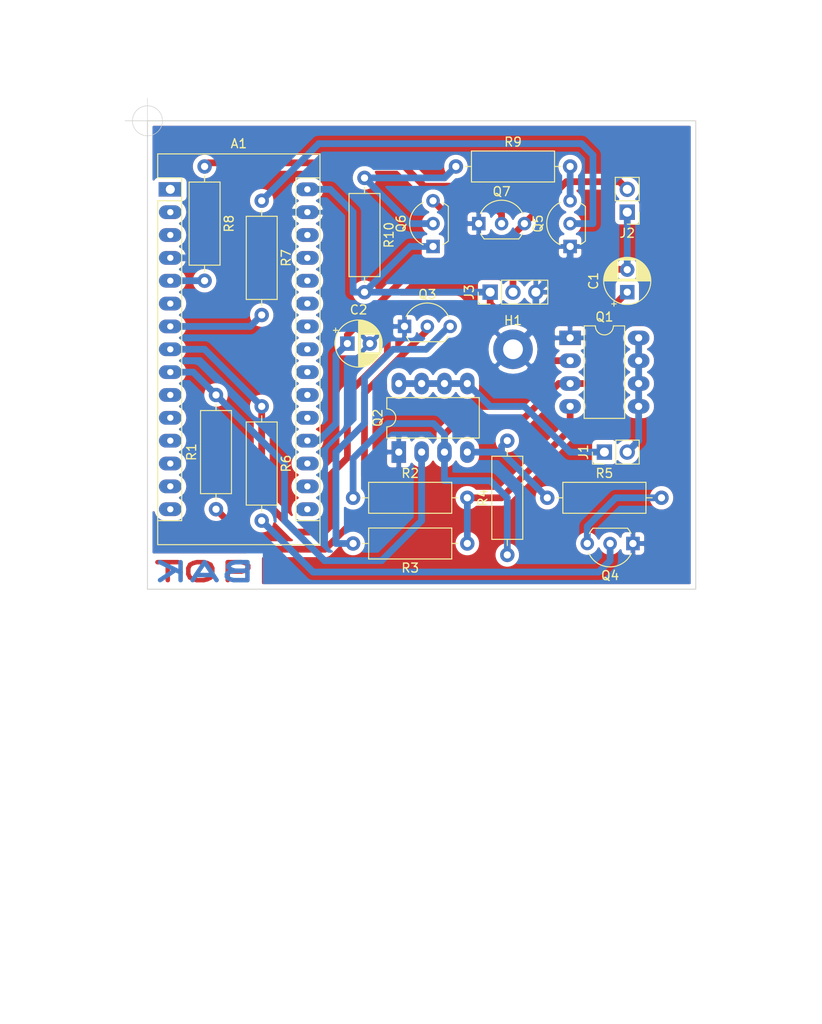
<source format=kicad_pcb>
(kicad_pcb (version 20171130) (host pcbnew 5.1.6-c6e7f7d~86~ubuntu16.04.1)
  (layers (0 F.Cu signal) (31 B.Cu signal) (34 B.Paste user) (35 F.Paste user) (36 B.SilkS user) (37 F.SilkS user) (38 B.Mask user) (39 F.Mask user) (44 Edge.Cuts user))
  (net 0 "")
  (net 1 "Net-(A1-Pad16)")
  (net 2 "Net-(A1-Pad15)")
  (net 3 VCC)
  (net 4 "Net-(A1-Pad14)")
  (net 5 GND)
  (net 6 "Net-(A1-Pad13)")
  (net 7 "Net-(A1-Pad28)")
  (net 8 "Net-(A1-Pad12)")
  (net 9 "Net-(A1-Pad27)")
  (net 10 "Net-(A1-Pad11)")
  (net 11 "Net-(A1-Pad26)")
  (net 12 "Net-(A1-Pad10)")
  (net 13 "Net-(A1-Pad25)")
  (net 14 "Net-(A1-Pad24)")
  (net 15 "Net-(A1-Pad23)")
  (net 16 "Net-(A1-Pad22)")
  (net 17 "Net-(A1-Pad21)")
  (net 18 "Net-(A1-Pad20)")
  (net 19 "Net-(A1-Pad3)")
  (net 20 "Net-(A1-Pad18)")
  (net 21 "Net-(A1-Pad2)")
  (net 22 "Net-(A1-Pad17)")
  (net 23 "Net-(A1-Pad1)")
  (net 24 VCCQ)
  (net 25 "Net-(J1-Pad2)")
  (net 26 "Net-(J1-Pad1)")
  (net 27 "Net-(J2-Pad2)")
  (net 28 "Net-(Q1-Pad4)")
  (net 29 /FWD)
  (net 30 "Net-(Q2-Pad4)")
  (net 31 /REV)
  (net 32 "Net-(Q3-Pad2)")
  (net 33 "Net-(Q4-Pad2)")
  (net 34 "Net-(Q5-Pad2)")
  (net 35 "Net-(Q6-Pad2)")
  (net 36 "Net-(Q7-Pad2)")
  (net 37 /LEFT)
  (net 38 /RIGHT)
  (net 39 "Net-(A1-Pad6)")
  (net 40 "Net-(Q3-Pad3)")
  (net 41 "Net-(Q4-Pad3)")
  (net 42 "Net-(Q5-Pad3)")
  (module Package_TO_SOT_THT:TO-92L_Inline_Wide (layer F.Cu) (at 133.35 90.17)
    (fp_text reference Q7 (at 2.54 -3.56) (layer F.SilkS))
    (fp_text value S0913)
    (pad 1 thru_hole rect (at 0 0 90) (size 1.5 1.5) (drill 0.8) (layers *.Cu *.Mask) (net 5 GND))
    (pad 3 thru_hole circle (at 5.08 0 90) (size 1.5 1.5) (drill 0.8) (layers *.Cu *.Mask) (net 27 "Net-(J2-Pad2)"))
    (pad 2 thru_hole circle (at 2.54 0 90) (size 1.5 1.5) (drill 0.8) (layers *.Cu *.Mask) (net 36 "Net-(Q7-Pad2)"))
  )
  (module Package_TO_SOT_THT:TO-92L_Inline_Wide (layer F.Cu) (at 128.27 92.71 90)
    (fp_text reference Q6 (at 2.54 -3.56 90) (layer F.SilkS))
    (fp_text value S0915)
    (pad 1 thru_hole rect (at 0 0 180) (size 1.5 1.5) (drill 0.8) (layers *.Cu *.Mask) (net 3 VCC))
    (pad 3 thru_hole circle (at 5.08 0 180) (size 1.5 1.5) (drill 0.8) (layers *.Cu *.Mask) (net 27 "Net-(J2-Pad2)"))
    (pad 2 thru_hole circle (at 2.54 0 180) (size 1.5 1.5) (drill 0.8) (layers *.Cu *.Mask) (net 35 "Net-(Q6-Pad2)"))
  )
  (module Package_TO_SOT_THT:TO-92L_Inline_Wide (layer F.Cu) (at 143.51 92.71 90)
    (fp_text reference Q5 (at 2.54 -3.56 90) (layer F.SilkS))
    (fp_text value S0918)
    (pad 1 thru_hole rect (at 0 0 180) (size 1.5 1.5) (drill 0.8) (layers *.Cu *.Mask) (net 5 GND))
    (pad 3 thru_hole circle (at 5.08 0 180) (size 1.5 1.5) (drill 0.8) (layers *.Cu *.Mask) (net 42 "Net-(Q5-Pad3)"))
    (pad 2 thru_hole circle (at 2.54 0 180) (size 1.5 1.5) (drill 0.8) (layers *.Cu *.Mask) (net 34 "Net-(Q5-Pad2)"))
  )
  (module Package_TO_SOT_THT:TO-92L_Inline_Wide (layer F.Cu) (at 150.495 125.73 180)
    (fp_text reference Q4 (at 2.54 -3.56) (layer F.SilkS))
    (fp_text value S0918)
    (pad 1 thru_hole rect (at 0 0 270) (size 1.5 1.5) (drill 0.8) (layers *.Cu *.Mask) (net 5 GND))
    (pad 3 thru_hole circle (at 5.08 0 270) (size 1.5 1.5) (drill 0.8) (layers *.Cu *.Mask) (net 41 "Net-(Q4-Pad3)"))
    (pad 2 thru_hole circle (at 2.54 0 270) (size 1.5 1.5) (drill 0.8) (layers *.Cu *.Mask) (net 33 "Net-(Q4-Pad2)"))
  )
  (module Package_TO_SOT_THT:TO-92L_Inline_Wide (layer F.Cu) (at 125.095 101.6)
    (fp_text reference Q3 (at 2.54 -3.56) (layer F.SilkS))
    (fp_text value S0918)
    (pad 1 thru_hole rect (at 0 0 90) (size 1.5 1.5) (drill 0.8) (layers *.Cu *.Mask) (net 5 GND))
    (pad 3 thru_hole circle (at 5.08 0 90) (size 1.5 1.5) (drill 0.8) (layers *.Cu *.Mask) (net 40 "Net-(Q3-Pad3)"))
    (pad 2 thru_hole circle (at 2.54 0 90) (size 1.5 1.5) (drill 0.8) (layers *.Cu *.Mask) (net 32 "Net-(Q3-Pad2)"))
  )
  (module Module:Arduino_Nano (layer F.Cu) (at 99.06 86.36)
    (fp_text reference A1 (at 7.62 -5.08) (layer F.SilkS))
    (fp_text value Arduino_Nano_v3.x)
    (pad 1 thru_hole rect (at 0 0) (size 2.6 1.6) (drill 1) (layers *.Cu *.Mask) (net 23 "Net-(A1-Pad1)"))
    (pad 2 thru_hole oval (at 0 2.54) (size 2.524 1.524) (drill 0.7) (layers *.Cu *.Mask) (net 21 "Net-(A1-Pad2)"))
    (pad 3 thru_hole oval (at 0 5.08) (size 2.524 1.524) (drill 0.7) (layers *.Cu *.Mask) (net 19 "Net-(A1-Pad3)"))
    (pad 4 thru_hole oval (at 0 7.62) (size 2.524 1.524) (drill 0.7) (layers *.Cu *.Mask) (net 5 GND))
    (pad 5 thru_hole oval (at 0 10.16) (size 2.524 1.524) (drill 0.7) (layers *.Cu *.Mask) (net 38 /RIGHT))
    (pad 6 thru_hole oval (at 0 12.7) (size 2.524 1.524) (drill 0.7) (layers *.Cu *.Mask) (net 39 "Net-(A1-Pad6)"))
    (pad 7 thru_hole oval (at 0 15.24) (size 2.524 1.524) (drill 0.7) (layers *.Cu *.Mask) (net 37 /LEFT))
    (pad 8 thru_hole oval (at 0 17.78) (size 2.524 1.524) (drill 0.7) (layers *.Cu *.Mask) (net 29 /FWD))
    (pad 9 thru_hole oval (at 0 20.32) (size 2.524 1.524) (drill 0.7) (layers *.Cu *.Mask) (net 31 /REV))
    (pad 10 thru_hole oval (at 0 22.86) (size 2.524 1.524) (drill 0.7) (layers *.Cu *.Mask) (net 12 "Net-(A1-Pad10)"))
    (pad 11 thru_hole oval (at 0 25.4) (size 2.524 1.524) (drill 0.7) (layers *.Cu *.Mask) (net 10 "Net-(A1-Pad11)"))
    (pad 12 thru_hole oval (at 0 27.94) (size 2.524 1.524) (drill 0.7) (layers *.Cu *.Mask) (net 8 "Net-(A1-Pad12)"))
    (pad 13 thru_hole oval (at 0 30.48) (size 2.524 1.524) (drill 0.7) (layers *.Cu *.Mask) (net 6 "Net-(A1-Pad13)"))
    (pad 14 thru_hole oval (at 0 33.02) (size 2.524 1.524) (drill 0.7) (layers *.Cu *.Mask) (net 4 "Net-(A1-Pad14)"))
    (pad 15 thru_hole oval (at 0 35.56) (size 2.524 1.524) (drill 0.7) (layers *.Cu *.Mask) (net 2 "Net-(A1-Pad15)"))
    (pad 16 thru_hole oval (at 15.24 35.56) (size 2.524 1.524) (drill 0.7) (layers *.Cu *.Mask) (net 1 "Net-(A1-Pad16)"))
    (pad 17 thru_hole oval (at 15.24 33.02) (size 2.524 1.524) (drill 0.7) (layers *.Cu *.Mask) (net 22 "Net-(A1-Pad17)"))
    (pad 18 thru_hole oval (at 15.24 30.48) (size 2.524 1.524) (drill 0.7) (layers *.Cu *.Mask) (net 20 "Net-(A1-Pad18)"))
    (pad 19 thru_hole oval (at 15.24 27.94) (size 2.524 1.524) (drill 0.7) (layers *.Cu *.Mask) (net 24 VCCQ))
    (pad 20 thru_hole oval (at 15.24 25.4) (size 2.524 1.524) (drill 0.7) (layers *.Cu *.Mask) (net 18 "Net-(A1-Pad20)"))
    (pad 21 thru_hole oval (at 15.24 22.86) (size 2.524 1.524) (drill 0.7) (layers *.Cu *.Mask) (net 17 "Net-(A1-Pad21)"))
    (pad 22 thru_hole oval (at 15.24 20.32) (size 2.524 1.524) (drill 0.7) (layers *.Cu *.Mask) (net 16 "Net-(A1-Pad22)"))
    (pad 23 thru_hole oval (at 15.24 17.78) (size 2.524 1.524) (drill 0.7) (layers *.Cu *.Mask) (net 15 "Net-(A1-Pad23)"))
    (pad 24 thru_hole oval (at 15.24 15.24) (size 2.524 1.524) (drill 0.7) (layers *.Cu *.Mask) (net 14 "Net-(A1-Pad24)"))
    (pad 25 thru_hole oval (at 15.24 12.7) (size 2.524 1.524) (drill 0.7) (layers *.Cu *.Mask) (net 13 "Net-(A1-Pad25)"))
    (pad 26 thru_hole oval (at 15.24 10.16) (size 2.524 1.524) (drill 0.7) (layers *.Cu *.Mask) (net 11 "Net-(A1-Pad26)"))
    (pad 27 thru_hole oval (at 15.24 7.62) (size 2.524 1.524) (drill 0.7) (layers *.Cu *.Mask) (net 9 "Net-(A1-Pad27)"))
    (pad 28 thru_hole oval (at 15.24 5.08) (size 2.524 1.524) (drill 0.7) (layers *.Cu *.Mask) (net 7 "Net-(A1-Pad28)"))
    (pad 29 thru_hole oval (at 15.24 2.54) (size 2.524 1.524) (drill 0.7) (layers *.Cu *.Mask) (net 5 GND))
    (pad 30 thru_hole oval (at 15.24 0) (size 2.524 1.524) (drill 0.7) (layers *.Cu *.Mask) (net 3 VCC))
  )
  (module MountingHole:MountingHole_2.2mm_M2_Pad (layer F.Cu) (at 137.16 104.14)
    (fp_text reference H1 (at 0 -3.2) (layer F.SilkS))
    (fp_text value MountingHole_Pad)
    (pad 1 thru_hole circle (at 0 0) (size 4.4 4.4) (drill 2.2) (layers *.Cu *.Mask) (net 5 GND))
  )
  (module Resistor_THT:R_Axial_DIN0309_L9.0mm_D3.2mm_P12.70mm_Horizontal (layer F.Cu) (at 120.65 85.09 270)
    (fp_text reference R10 (at 6.35 -2.72 90) (layer F.SilkS))
    (fp_text value 10K)
    (pad 2 thru_hole oval (at 12.7 0 270) (size 1.6 1.6) (drill 0.8) (layers *.Cu *.Mask) (net 3 VCC))
    (pad 1 thru_hole circle (at 0 0 270) (size 1.6 1.6) (drill 0.8) (layers *.Cu *.Mask) (net 35 "Net-(Q6-Pad2)"))
  )
  (module Resistor_THT:R_Axial_DIN0309_L9.0mm_D3.2mm_P12.70mm_Horizontal (layer F.Cu) (at 130.81 83.82)
    (fp_text reference R9 (at 6.35 -2.72) (layer F.SilkS))
    (fp_text value 470)
    (pad 2 thru_hole oval (at 12.7 0) (size 1.6 1.6) (drill 0.8) (layers *.Cu *.Mask) (net 42 "Net-(Q5-Pad3)"))
    (pad 1 thru_hole circle (at 0 0) (size 1.6 1.6) (drill 0.8) (layers *.Cu *.Mask) (net 35 "Net-(Q6-Pad2)"))
  )
  (module Resistor_THT:R_Axial_DIN0309_L9.0mm_D3.2mm_P12.70mm_Horizontal (layer F.Cu) (at 102.87 83.82 270)
    (fp_text reference R8 (at 6.35 -2.72 90) (layer F.SilkS))
    (fp_text value 470)
    (pad 2 thru_hole oval (at 12.7 0 270) (size 1.6 1.6) (drill 0.8) (layers *.Cu *.Mask) (net 38 /RIGHT))
    (pad 1 thru_hole circle (at 0 0 270) (size 1.6 1.6) (drill 0.8) (layers *.Cu *.Mask) (net 36 "Net-(Q7-Pad2)"))
  )
  (module Resistor_THT:R_Axial_DIN0309_L9.0mm_D3.2mm_P12.70mm_Horizontal (layer F.Cu) (at 109.22 87.63 270)
    (fp_text reference R7 (at 6.35 -2.72 90) (layer F.SilkS))
    (fp_text value 470)
    (pad 2 thru_hole oval (at 12.7 0 270) (size 1.6 1.6) (drill 0.8) (layers *.Cu *.Mask) (net 37 /LEFT))
    (pad 1 thru_hole circle (at 0 0 270) (size 1.6 1.6) (drill 0.8) (layers *.Cu *.Mask) (net 34 "Net-(Q5-Pad2)"))
  )
  (module Resistor_THT:R_Axial_DIN0309_L9.0mm_D3.2mm_P12.70mm_Horizontal (layer F.Cu) (at 109.22 110.49 270)
    (fp_text reference R6 (at 6.35 -2.72 90) (layer F.SilkS))
    (fp_text value 22K)
    (pad 2 thru_hole oval (at 12.7 0 270) (size 1.6 1.6) (drill 0.8) (layers *.Cu *.Mask) (net 33 "Net-(Q4-Pad2)"))
    (pad 1 thru_hole circle (at 0 0 270) (size 1.6 1.6) (drill 0.8) (layers *.Cu *.Mask) (net 29 /FWD))
  )
  (module Resistor_THT:R_Axial_DIN0309_L9.0mm_D3.2mm_P12.70mm_Horizontal (layer F.Cu) (at 140.97 120.65)
    (fp_text reference R5 (at 6.35 -2.72) (layer F.SilkS))
    (fp_text value 100)
    (pad 2 thru_hole oval (at 12.7 0) (size 1.6 1.6) (drill 0.8) (layers *.Cu *.Mask) (net 41 "Net-(Q4-Pad3)"))
    (pad 1 thru_hole circle (at 0 0) (size 1.6 1.6) (drill 0.8) (layers *.Cu *.Mask) (net 30 "Net-(Q2-Pad4)"))
  )
  (module Resistor_THT:R_Axial_DIN0309_L9.0mm_D3.2mm_P12.70mm_Horizontal (layer F.Cu) (at 136.525 127 90)
    (fp_text reference R4 (at 6.35 -2.72 90) (layer F.SilkS))
    (fp_text value 10K)
    (pad 2 thru_hole oval (at 12.7 0 90) (size 1.6 1.6) (drill 0.8) (layers *.Cu *.Mask) (net 30 "Net-(Q2-Pad4)"))
    (pad 1 thru_hole circle (at 0 0 90) (size 1.6 1.6) (drill 0.8) (layers *.Cu *.Mask) (net 3 VCC))
  )
  (module Resistor_THT:R_Axial_DIN0309_L9.0mm_D3.2mm_P12.70mm_Horizontal (layer F.Cu) (at 132.08 125.73 180)
    (fp_text reference R3 (at 6.35 -2.72) (layer F.SilkS))
    (fp_text value 100)
    (pad 2 thru_hole oval (at 12.7 0 180) (size 1.6 1.6) (drill 0.8) (layers *.Cu *.Mask) (net 40 "Net-(Q3-Pad3)"))
    (pad 1 thru_hole circle (at 0 0 180) (size 1.6 1.6) (drill 0.8) (layers *.Cu *.Mask) (net 28 "Net-(Q1-Pad4)"))
  )
  (module Resistor_THT:R_Axial_DIN0309_L9.0mm_D3.2mm_P12.70mm_Horizontal (layer F.Cu) (at 119.38 120.65)
    (fp_text reference R2 (at 6.35 -2.72) (layer F.SilkS))
    (fp_text value 10K)
    (pad 2 thru_hole oval (at 12.7 0) (size 1.6 1.6) (drill 0.8) (layers *.Cu *.Mask) (net 28 "Net-(Q1-Pad4)"))
    (pad 1 thru_hole circle (at 0 0) (size 1.6 1.6) (drill 0.8) (layers *.Cu *.Mask) (net 3 VCC))
  )
  (module Resistor_THT:R_Axial_DIN0309_L9.0mm_D3.2mm_P12.70mm_Horizontal (layer F.Cu) (at 104.14 121.92 90)
    (fp_text reference R1 (at 6.35 -2.72 90) (layer F.SilkS))
    (fp_text value 22K)
    (pad 2 thru_hole oval (at 12.7 0 90) (size 1.6 1.6) (drill 0.8) (layers *.Cu *.Mask) (net 31 /REV))
    (pad 1 thru_hole circle (at 0 0 90) (size 1.6 1.6) (drill 0.8) (layers *.Cu *.Mask) (net 32 "Net-(Q3-Pad2)"))
  )
  (module Package_DIP:DIP-8_W7.62mm_LongPads (layer F.Cu) (at 124.46 115.57 90)
    (fp_text reference Q2 (at 3.81 -2.33 90) (layer F.SilkS))
    (fp_text value AOP605)
    (pad 8 thru_hole oval (at 7.62 0 90) (size 2.4 1.6) (drill 0.8) (layers *.Cu *.Mask) (net 26 "Net-(J1-Pad1)"))
    (pad 4 thru_hole oval (at 0 7.62 90) (size 2.4 1.6) (drill 0.8) (layers *.Cu *.Mask) (net 30 "Net-(Q2-Pad4)"))
    (pad 7 thru_hole oval (at 7.62 2.54 90) (size 2.4 1.6) (drill 0.8) (layers *.Cu *.Mask) (net 26 "Net-(J1-Pad1)"))
    (pad 3 thru_hole oval (at 0 5.08 90) (size 2.4 1.6) (drill 0.8) (layers *.Cu *.Mask) (net 3 VCC))
    (pad 6 thru_hole oval (at 7.62 5.08 90) (size 2.4 1.6) (drill 0.8) (layers *.Cu *.Mask) (net 26 "Net-(J1-Pad1)"))
    (pad 2 thru_hole oval (at 0 2.54 90) (size 2.4 1.6) (drill 0.8) (layers *.Cu *.Mask) (net 31 /REV))
    (pad 5 thru_hole oval (at 7.62 7.62 90) (size 2.4 1.6) (drill 0.8) (layers *.Cu *.Mask) (net 26 "Net-(J1-Pad1)"))
    (pad 1 thru_hole rect (at 0 0 90) (size 2.4 1.6) (drill 0.8) (layers *.Cu *.Mask) (net 5 GND))
  )
  (module Package_DIP:DIP-8_W7.62mm_LongPads (layer F.Cu) (at 143.51 102.87)
    (fp_text reference Q1 (at 3.81 -2.33) (layer F.SilkS))
    (fp_text value AOP605)
    (pad 8 thru_hole oval (at 7.62 0) (size 2.4 1.6) (drill 0.8) (layers *.Cu *.Mask) (net 25 "Net-(J1-Pad2)"))
    (pad 4 thru_hole oval (at 0 7.62) (size 2.4 1.6) (drill 0.8) (layers *.Cu *.Mask) (net 28 "Net-(Q1-Pad4)"))
    (pad 7 thru_hole oval (at 7.62 2.54) (size 2.4 1.6) (drill 0.8) (layers *.Cu *.Mask) (net 25 "Net-(J1-Pad2)"))
    (pad 3 thru_hole oval (at 0 5.08) (size 2.4 1.6) (drill 0.8) (layers *.Cu *.Mask) (net 3 VCC))
    (pad 6 thru_hole oval (at 7.62 5.08) (size 2.4 1.6) (drill 0.8) (layers *.Cu *.Mask) (net 25 "Net-(J1-Pad2)"))
    (pad 2 thru_hole oval (at 0 2.54) (size 2.4 1.6) (drill 0.8) (layers *.Cu *.Mask) (net 29 /FWD))
    (pad 5 thru_hole oval (at 7.62 7.62) (size 2.4 1.6) (drill 0.8) (layers *.Cu *.Mask) (net 25 "Net-(J1-Pad2)"))
    (pad 1 thru_hole rect (at 0 0) (size 2.4 1.6) (drill 0.8) (layers *.Cu *.Mask) (net 5 GND))
  )
  (module Connector_PinHeader_2.54mm:PinHeader_1x03_P2.54mm_Vertical (layer F.Cu) (at 134.62 97.79 90)
    (fp_text reference J3 (at 0 -2.33 90) (layer F.SilkS))
    (fp_text value "power input")
    (pad 3 thru_hole oval (at 0 5.08 90) (size 1.7 1.7) (drill 1) (layers *.Cu *.Mask) (net 5 GND))
    (pad 2 thru_hole oval (at 0 2.54 90) (size 1.7 1.7) (drill 1) (layers *.Cu *.Mask) (net 24 VCCQ))
    (pad 1 thru_hole rect (at 0 0 90) (size 1.7 1.7) (drill 1) (layers *.Cu *.Mask) (net 3 VCC))
  )
  (module Connector_PinHeader_2.54mm:PinHeader_1x02_P2.54mm_Vertical (layer F.Cu) (at 149.86 88.9 180)
    (fp_text reference J2 (at 0 -2.33) (layer F.SilkS))
    (fp_text value "direction terminal")
    (pad 2 thru_hole oval (at 0 2.54 180) (size 1.7 1.7) (drill 1) (layers *.Cu *.Mask) (net 27 "Net-(J2-Pad2)"))
    (pad 1 thru_hole rect (at 0 0 180) (size 1.7 1.7) (drill 1) (layers *.Cu *.Mask) (net 24 VCCQ))
  )
  (module Connector_PinHeader_2.54mm:PinHeader_1x02_P2.54mm_Vertical (layer F.Cu) (at 147.32 115.57 90)
    (fp_text reference J1 (at 0 -2.33 90) (layer F.SilkS))
    (fp_text value "main motor terminal")
    (pad 2 thru_hole oval (at 0 2.54 90) (size 1.7 1.7) (drill 1) (layers *.Cu *.Mask) (net 25 "Net-(J1-Pad2)"))
    (pad 1 thru_hole rect (at 0 0 90) (size 1.7 1.7) (drill 1) (layers *.Cu *.Mask) (net 26 "Net-(J1-Pad1)"))
  )
  (module Capacitor_THT:CP_Radial_D5.0mm_P2.50mm (layer F.Cu) (at 118.745 103.505)
    (fp_text reference C2 (at 1.25 -3.75) (layer F.SilkS))
    (fp_text value 220uF)
    (pad 2 thru_hole circle (at 2.5 0) (size 1.6 1.6) (drill 0.8) (layers *.Cu *.Mask) (net 5 GND))
    (pad 1 thru_hole rect (at 0 0) (size 1.6 1.6) (drill 0.8) (layers *.Cu *.Mask) (net 24 VCCQ))
  )
  (module Capacitor_THT:CP_Radial_D5.0mm_P2.50mm (layer F.Cu) (at 149.86 97.79 90)
    (fp_text reference C1 (at 1.25 -3.75 90) (layer F.SilkS))
    (fp_text value 220uF)
    (pad 2 thru_hole circle (at 2.5 0 90) (size 1.6 1.6) (drill 0.8) (layers *.Cu *.Mask) (net 24 VCCQ))
    (pad 1 thru_hole rect (at 0 0 90) (size 1.6 1.6) (drill 0.8) (layers *.Cu *.Mask) (net 3 VCC))
  )
  (gr_text BAK (at 102.87 128.905) (layer B.Cu) (effects (font (size 2 4) (thickness 0.5)) (justify mirror)))
  (gr_text TOP (at 102.87 128.905) (layer F.Cu) (effects (font (size 2 4) (thickness 0.5))))
  (gr_line (start 157.48 78.74) (end 157.48 130.81) (layer Edge.Cuts) (width 0.1))
  (gr_line (start 96.52 78.74) (end 157.48 78.74) (layer Edge.Cuts) (width 0.1))
  (gr_line (start 96.52 130.81) (end 96.52 78.74) (layer Edge.Cuts) (width 0.1))
  (gr_line (start 157.48 130.81) (end 96.52 130.81) (layer Edge.Cuts) (width 0.1))
  (target plus (at 96.52 78.74) (size 5) (width 0.05) (layer Edge.Cuts))
  (target plus (at 96.52 78.74) (size 5) (width 0.05) (layer Edge.Cuts))
  (segment (start 129.54 115.57) (end 129.54 118.745) (width 0.75) (layer B.Cu) (net 3))
  (segment (start 134.62 118.745) (end 136.525 120.65) (width 0.75) (layer B.Cu) (net 3))
  (segment (start 136.525 120.65) (end 136.525 127) (width 0.75) (layer B.Cu) (net 3))
  (segment (start 129.54 118.745) (end 134.62 118.745) (width 0.75) (layer B.Cu) (net 3))
  (segment (start 116.84 86.36) (end 114.3 86.36) (width 0.75) (layer B.Cu) (net 3))
  (segment (start 119.38 97.79) (end 119.38 88.9) (width 0.75) (layer B.Cu) (net 3))
  (segment (start 119.38 88.9) (end 116.84 86.36) (width 0.75) (layer B.Cu) (net 3))
  (segment (start 120.65 97.79) (end 119.38 97.79) (width 0.75) (layer B.Cu) (net 3))
  (segment (start 134.62 97.79) (end 134.62 99.06) (width 0.75) (layer F.Cu) (net 3))
  (segment (start 134.62 99.06) (end 135.89 100.33) (width 0.75) (layer F.Cu) (net 3))
  (segment (start 147.32 100.33) (end 149.86 97.79) (width 0.75) (layer F.Cu) (net 3))
  (segment (start 135.89 100.33) (end 147.32 100.33) (width 0.75) (layer F.Cu) (net 3))
  (segment (start 143.51 107.95) (end 146.05 107.95) (width 0.75) (layer F.Cu) (net 3))
  (segment (start 147.32 106.68) (end 147.32 100.33) (width 0.75) (layer F.Cu) (net 3))
  (segment (start 146.05 107.95) (end 147.32 106.68) (width 0.75) (layer F.Cu) (net 3))
  (segment (start 132.715 97.79) (end 120.65 97.79) (width 0.75) (layer B.Cu) (net 3))
  (segment (start 134.62 97.79) (end 132.715 97.79) (width 0.75) (layer B.Cu) (net 3))
  (segment (start 132.715 97.79) (end 132.07499 97.79) (width 0.75) (layer B.Cu) (net 3))
  (segment (start 125.73 92.71) (end 120.65 97.79) (width 0.75) (layer B.Cu) (net 3))
  (segment (start 128.27 92.71) (end 125.73 92.71) (width 0.75) (layer B.Cu) (net 3))
  (segment (start 143.51 107.95) (end 142.24 107.95) (width 0.75) (layer F.Cu) (net 3))
  (segment (start 142.24 107.95) (end 138.43 111.76) (width 0.75) (layer F.Cu) (net 3))
  (segment (start 131.4 111.76) (end 129.54 113.62) (width 0.75) (layer F.Cu) (net 3))
  (segment (start 129.54 113.62) (end 129.54 115.57) (width 0.75) (layer F.Cu) (net 3))
  (segment (start 138.43 111.76) (end 131.4 111.76) (width 0.75) (layer F.Cu) (net 3))
  (segment (start 129.54 113.62) (end 129.54 115.57) (width 0.75) (layer B.Cu) (net 3))
  (segment (start 119.38 120.65) (end 119.38 116.263749) (width 0.75) (layer B.Cu) (net 3))
  (segment (start 123.248749 112.395) (end 128.315 112.395) (width 0.75) (layer B.Cu) (net 3))
  (segment (start 128.315 112.395) (end 129.54 113.62) (width 0.75) (layer B.Cu) (net 3))
  (segment (start 119.38 116.263749) (end 123.248749 112.395) (width 0.75) (layer B.Cu) (net 3))
  (segment (start 139.7 101.6) (end 137.16 104.14) (width 0.75) (layer B.Cu) (net 5))
  (segment (start 139.7 97.79) (end 139.7 101.6) (width 0.75) (layer B.Cu) (net 5))
  (segment (start 107.315 93.98) (end 112.395 88.9) (width 0.75) (layer B.Cu) (net 5))
  (segment (start 112.395 88.9) (end 114.3 88.9) (width 0.75) (layer B.Cu) (net 5))
  (segment (start 99.06 93.98) (end 107.315 93.98) (width 0.75) (layer B.Cu) (net 5))
  (segment (start 143.51 93.98) (end 139.7 97.79) (width 0.75) (layer B.Cu) (net 5))
  (segment (start 143.51 92.71) (end 143.51 93.98) (width 0.75) (layer B.Cu) (net 5))
  (segment (start 149.86 88.9) (end 149.86 95.29) (width 0.75) (layer B.Cu) (net 24))
  (segment (start 117.475 104.775) (end 118.745 103.505) (width 0.75) (layer B.Cu) (net 24))
  (segment (start 117.475 112.395) (end 117.475 104.775) (width 0.75) (layer B.Cu) (net 24))
  (segment (start 115.57 114.3) (end 117.475 112.395) (width 0.75) (layer B.Cu) (net 24))
  (segment (start 114.3 114.3) (end 115.57 114.3) (width 0.75) (layer B.Cu) (net 24))
  (segment (start 137.16 95.885) (end 137.795 95.25) (width 0.75) (layer F.Cu) (net 24))
  (segment (start 137.16 97.79) (end 137.16 95.885) (width 0.75) (layer F.Cu) (net 24))
  (segment (start 149.82 95.25) (end 149.86 95.29) (width 0.75) (layer F.Cu) (net 24))
  (segment (start 137.795 95.25) (end 149.82 95.25) (width 0.75) (layer F.Cu) (net 24))
  (segment (start 126.0475 95.25) (end 118.745 102.5525) (width 0.75) (layer F.Cu) (net 24))
  (segment (start 118.745 102.5525) (end 118.745 103.505) (width 0.75) (layer F.Cu) (net 24))
  (segment (start 137.795 95.25) (end 126.0475 95.25) (width 0.75) (layer F.Cu) (net 24))
  (segment (start 151.13 102.87) (end 151.13 105.41) (width 0.75) (layer B.Cu) (net 25))
  (segment (start 151.13 105.41) (end 151.13 107.95) (width 0.75) (layer B.Cu) (net 25))
  (segment (start 151.13 107.95) (end 151.13 110.49) (width 0.75) (layer B.Cu) (net 25))
  (segment (start 151.13 114.3) (end 149.86 115.57) (width 0.75) (layer B.Cu) (net 25))
  (segment (start 151.13 110.49) (end 151.13 114.3) (width 0.75) (layer B.Cu) (net 25))
  (segment (start 124.46 107.95) (end 127 107.95) (width 0.75) (layer B.Cu) (net 26))
  (segment (start 129.54 107.95) (end 127 107.95) (width 0.75) (layer B.Cu) (net 26))
  (segment (start 132.08 107.95) (end 129.54 107.95) (width 0.75) (layer B.Cu) (net 26))
  (segment (start 143.51 115.57) (end 147.32 115.57) (width 0.75) (layer B.Cu) (net 26))
  (segment (start 138.43 110.49) (end 143.51 115.57) (width 0.75) (layer B.Cu) (net 26))
  (segment (start 134.62 110.49) (end 138.43 110.49) (width 0.75) (layer B.Cu) (net 26))
  (segment (start 132.08 107.95) (end 134.62 110.49) (width 0.75) (layer B.Cu) (net 26))
  (segment (start 143.089999 85.510001) (end 138.43 90.17) (width 0.75) (layer F.Cu) (net 27))
  (segment (start 149.010001 85.510001) (end 143.089999 85.510001) (width 0.75) (layer F.Cu) (net 27))
  (segment (start 149.86 86.36) (end 149.010001 85.510001) (width 0.75) (layer F.Cu) (net 27))
  (segment (start 130.81 90.17) (end 130.81 92.71) (width 0.75) (layer F.Cu) (net 27))
  (segment (start 130.81 90.17) (end 128.27 87.63) (width 0.75) (layer F.Cu) (net 27))
  (segment (start 130.81 92.71) (end 135.89 92.71) (width 0.75) (layer F.Cu) (net 27))
  (segment (start 138.43 90.17) (end 135.89 92.71) (width 0.75) (layer F.Cu) (net 27))
  (segment (start 132.08 125.73) (end 132.08 120.65) (width 0.75) (layer B.Cu) (net 28))
  (segment (start 143.51 113.03) (end 135.89 120.65) (width 0.75) (layer F.Cu) (net 28))
  (segment (start 135.89 120.65) (end 132.08 120.65) (width 0.75) (layer F.Cu) (net 28))
  (segment (start 143.51 113.03) (end 143.51 110.49) (width 0.75) (layer F.Cu) (net 28))
  (segment (start 109.22 110.49) (end 103.859999 105.129999) (width 0.75) (layer B.Cu) (net 29))
  (segment (start 102.87 104.14) (end 103.859999 105.129999) (width 0.75) (layer B.Cu) (net 29))
  (segment (start 99.06 104.14) (end 102.87 104.14) (width 0.75) (layer B.Cu) (net 29))
  (segment (start 141.023001 105.41) (end 143.51 105.41) (width 0.75) (layer F.Cu) (net 29))
  (segment (start 138.483001 107.95) (end 141.023001 105.41) (width 0.75) (layer F.Cu) (net 29))
  (segment (start 135.836999 107.95) (end 138.483001 107.95) (width 0.75) (layer F.Cu) (net 29))
  (segment (start 133.35 105.463001) (end 135.836999 107.95) (width 0.75) (layer F.Cu) (net 29))
  (segment (start 133.35 101.6) (end 133.35 105.463001) (width 0.75) (layer F.Cu) (net 29))
  (segment (start 130.81 99.06) (end 133.35 101.6) (width 0.75) (layer F.Cu) (net 29))
  (segment (start 116.205 124.46) (end 116.84 123.825) (width 0.75) (layer F.Cu) (net 29))
  (segment (start 124.559998 99.06) (end 130.81 99.06) (width 0.75) (layer F.Cu) (net 29))
  (segment (start 116.84 118.11) (end 118.745 116.205) (width 0.75) (layer F.Cu) (net 29))
  (segment (start 109.22 120.65) (end 113.03 124.46) (width 0.75) (layer F.Cu) (net 29))
  (segment (start 118.745 116.205) (end 118.745 109.128398) (width 0.75) (layer F.Cu) (net 29))
  (segment (start 109.22 110.49) (end 109.22 120.65) (width 0.75) (layer F.Cu) (net 29))
  (segment (start 118.745 109.128398) (end 123.19 104.683398) (width 0.75) (layer F.Cu) (net 29))
  (segment (start 113.03 124.46) (end 116.205 124.46) (width 0.75) (layer F.Cu) (net 29))
  (segment (start 116.84 123.825) (end 116.84 118.11) (width 0.75) (layer F.Cu) (net 29))
  (segment (start 123.19 104.683398) (end 123.19 100.429998) (width 0.75) (layer F.Cu) (net 29))
  (segment (start 123.19 100.429998) (end 124.559998 99.06) (width 0.75) (layer F.Cu) (net 29))
  (segment (start 132.08 115.57) (end 135.89 115.57) (width 0.75) (layer B.Cu) (net 30))
  (segment (start 135.89 114.935) (end 136.525 114.3) (width 0.75) (layer B.Cu) (net 30))
  (segment (start 135.89 115.57) (end 135.89 114.935) (width 0.75) (layer B.Cu) (net 30))
  (segment (start 135.89 115.57) (end 140.97 120.65) (width 0.75) (layer B.Cu) (net 30))
  (segment (start 101.6 106.68) (end 104.14 109.22) (width 0.75) (layer B.Cu) (net 31))
  (segment (start 99.06 106.68) (end 101.6 106.68) (width 0.75) (layer B.Cu) (net 31))
  (segment (start 127 123.19) (end 127 115.57) (width 0.75) (layer B.Cu) (net 31))
  (segment (start 104.14 109.22) (end 111.76 116.84) (width 0.75) (layer B.Cu) (net 31))
  (segment (start 111.76 116.84) (end 111.76 123.19) (width 0.75) (layer B.Cu) (net 31))
  (segment (start 111.76 123.19) (end 116.205 127.635) (width 0.75) (layer B.Cu) (net 31))
  (segment (start 122.555 127.635) (end 127 123.19) (width 0.75) (layer B.Cu) (net 31))
  (segment (start 116.205 127.635) (end 122.555 127.635) (width 0.75) (layer B.Cu) (net 31))
  (segment (start 127.635 102.006179) (end 127.635 101.6) (width 0.75) (layer F.Cu) (net 32))
  (segment (start 120.65 118.11) (end 120.65 108.991179) (width 0.75) (layer F.Cu) (net 32))
  (segment (start 121.285 118.745) (end 120.65 118.11) (width 0.75) (layer F.Cu) (net 32))
  (segment (start 121.285 121.224002) (end 121.285 118.745) (width 0.75) (layer F.Cu) (net 32))
  (segment (start 120.65 121.859002) (end 121.285 121.224002) (width 0.75) (layer F.Cu) (net 32))
  (segment (start 104.14 121.92) (end 108.585 126.365) (width 0.75) (layer F.Cu) (net 32))
  (segment (start 116.265998 126.365) (end 120.65 121.980998) (width 0.75) (layer F.Cu) (net 32))
  (segment (start 120.65 108.991179) (end 127.635 102.006179) (width 0.75) (layer F.Cu) (net 32))
  (segment (start 108.585 126.365) (end 116.265998 126.365) (width 0.75) (layer F.Cu) (net 32))
  (segment (start 120.65 121.980998) (end 120.65 121.859002) (width 0.75) (layer F.Cu) (net 32))
  (segment (start 146.685 128.905) (end 114.935 128.905) (width 0.75) (layer B.Cu) (net 33))
  (segment (start 147.955 127.635) (end 146.685 128.905) (width 0.75) (layer B.Cu) (net 33))
  (segment (start 114.935 128.905) (end 109.22 123.19) (width 0.75) (layer B.Cu) (net 33))
  (segment (start 147.955 125.73) (end 147.955 127.635) (width 0.75) (layer B.Cu) (net 33))
  (segment (start 143.51 90.17) (end 146.05 90.17) (width 0.75) (layer B.Cu) (net 34))
  (segment (start 109.22 87.63) (end 115.57 81.28) (width 0.75) (layer B.Cu) (net 34))
  (segment (start 146.05 82.55) (end 144.78 81.28) (width 0.75) (layer B.Cu) (net 34))
  (segment (start 146.05 90.17) (end 146.05 82.55) (width 0.75) (layer B.Cu) (net 34))
  (segment (start 115.57 81.28) (end 144.78 81.28) (width 0.75) (layer B.Cu) (net 34))
  (segment (start 125.73 90.17) (end 128.27 90.17) (width 0.75) (layer B.Cu) (net 35))
  (segment (start 120.65 85.09) (end 125.73 90.17) (width 0.75) (layer B.Cu) (net 35))
  (segment (start 129.54 85.09) (end 130.81 83.82) (width 0.75) (layer B.Cu) (net 35))
  (segment (start 120.65 85.09) (end 129.54 85.09) (width 0.75) (layer B.Cu) (net 35))
  (segment (start 132.785659 86.004999) (end 127.279999 86.004999) (width 0.75) (layer F.Cu) (net 36))
  (segment (start 135.89 89.10934) (end 132.785659 86.004999) (width 0.75) (layer F.Cu) (net 36))
  (segment (start 135.89 90.17) (end 135.89 89.10934) (width 0.75) (layer F.Cu) (net 36))
  (segment (start 103.275001 83.414999) (end 102.87 83.82) (width 0.75) (layer F.Cu) (net 36))
  (segment (start 124.689999 83.414999) (end 103.275001 83.414999) (width 0.75) (layer F.Cu) (net 36))
  (segment (start 127.279999 86.004999) (end 124.689999 83.414999) (width 0.75) (layer F.Cu) (net 36))
  (segment (start 107.95 101.6) (end 99.06 101.6) (width 0.75) (layer B.Cu) (net 37))
  (segment (start 109.22 100.33) (end 107.95 101.6) (width 0.75) (layer B.Cu) (net 37))
  (segment (start 99.06 96.52) (end 102.87 96.52) (width 0.75) (layer B.Cu) (net 38))
  (segment (start 127.500002 104.14) (end 130.040002 101.6) (width 0.75) (layer B.Cu) (net 40))
  (segment (start 120.65 107.315) (end 123.825 104.14) (width 0.75) (layer B.Cu) (net 40))
  (segment (start 119.38 125.73) (end 117.475 125.73) (width 0.75) (layer B.Cu) (net 40))
  (segment (start 117.475 125.73) (end 117.475 115.57) (width 0.75) (layer B.Cu) (net 40))
  (segment (start 130.040002 101.6) (end 130.175 101.6) (width 0.75) (layer B.Cu) (net 40))
  (segment (start 123.825 104.14) (end 127.500002 104.14) (width 0.75) (layer B.Cu) (net 40))
  (segment (start 117.475 115.57) (end 120.65 112.395) (width 0.75) (layer B.Cu) (net 40))
  (segment (start 120.65 112.395) (end 120.65 107.315) (width 0.75) (layer B.Cu) (net 40))
  (segment (start 145.415 125.73) (end 145.415 123.825) (width 0.75) (layer B.Cu) (net 41))
  (segment (start 148.59 120.65) (end 153.67 120.65) (width 0.75) (layer B.Cu) (net 41))
  (segment (start 145.415 123.825) (end 148.59 120.65) (width 0.75) (layer B.Cu) (net 41))
  (segment (start 143.51 83.82) (end 143.51 87.63) (width 0.75) (layer B.Cu) (net 42))
  (zone (net 5) (net_name GND) (layer B.Cu) (connect_pads (clearance 0.508)) (min_thickness 0.254) (fill yes (arc_segments 32) (thermal_gap 0.508) (thermal_bridge_width 0.508))
    (polygon (pts (xy 157.48 130.81) (xy 96.52 130.81) (xy 96.52 78.74) (xy 157.48 78.74)))
  )
  (zone (net 5) (net_name GND) (layer F.Cu) (connect_pads (clearance 0.508)) (min_thickness 0.254) (fill yes (arc_segments 32) (thermal_gap 0.508) (thermal_bridge_width 0.508))
    (polygon (pts (xy 157.48 130.81) (xy 96.52 130.81) (xy 96.52 78.74) (xy 157.48 78.74)))
  )
)
</source>
